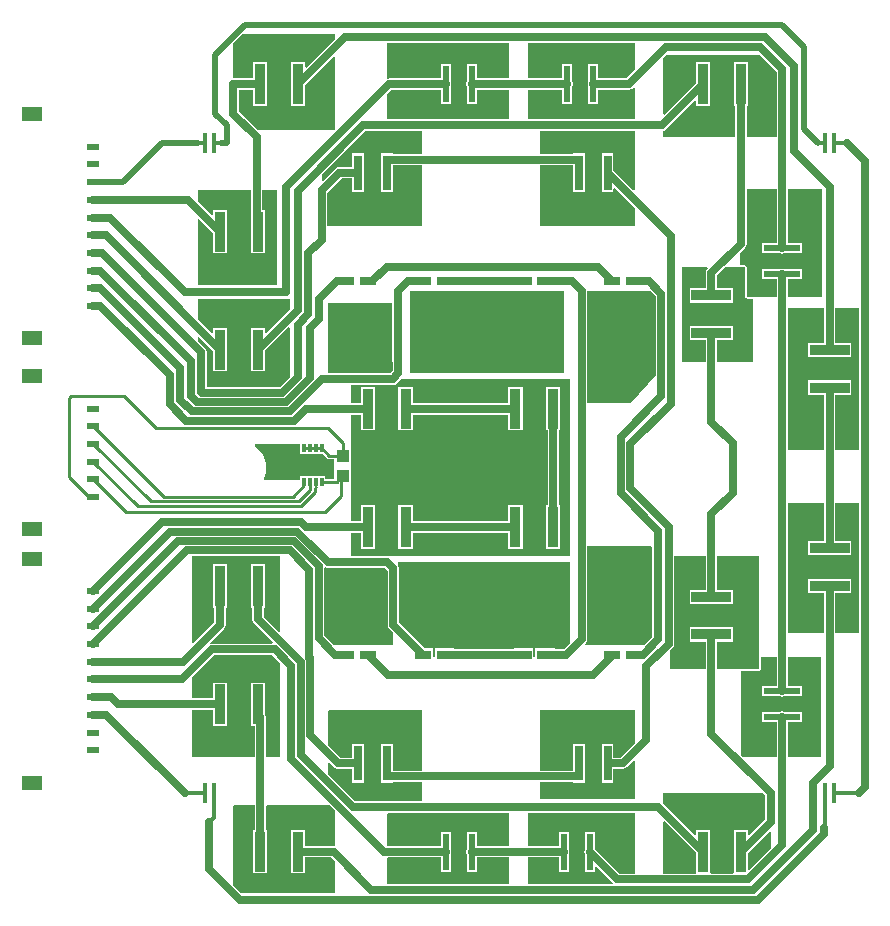
<source format=gtl>
%FSLAX25Y25*%
%MOIN*%
G70*
G01*
G75*
G04 Layer_Physical_Order=1*
G04 Layer_Color=255*
%ADD10R,0.07087X0.04921*%
%ADD11R,0.03937X0.02362*%
%ADD12R,0.05315X0.03150*%
%ADD13R,0.11811X0.07874*%
%ADD14R,0.05118X0.13780*%
%ADD15R,0.03543X0.13189*%
%ADD16R,0.04134X0.12205*%
%ADD17R,0.02165X0.12205*%
%ADD18R,0.03937X0.11811*%
%ADD19R,0.02756X0.11811*%
%ADD20R,0.01772X0.06693*%
%ADD21R,0.13189X0.03543*%
%ADD22R,0.13780X0.05118*%
%ADD23R,0.12205X0.04134*%
%ADD24R,0.12205X0.02165*%
%ADD25R,0.06890X0.05709*%
%ADD26R,0.01181X0.02953*%
%ADD27R,0.04000X0.04400*%
%ADD28C,0.02500*%
%ADD29C,0.02000*%
%ADD30C,0.01000*%
%ADD31C,0.01200*%
G36*
X289370Y289835D02*
X288908Y289644D01*
X283776Y294776D01*
Y297924D01*
X284261D01*
Y312313D01*
X279518D01*
Y297924D01*
X280003D01*
Y293994D01*
X280147Y293272D01*
X280556Y292660D01*
X286868Y286348D01*
X286677Y285886D01*
X266500D01*
X266201Y285827D01*
X265955Y286288D01*
X270624Y290957D01*
X271033Y291569D01*
X271057Y291688D01*
X271177Y292290D01*
Y297924D01*
X271662D01*
Y312313D01*
X266919D01*
Y297924D01*
X267404D01*
Y293072D01*
X260304Y285972D01*
X259842Y286163D01*
Y315114D01*
X289370D01*
Y289835D01*
D02*
G37*
G36*
X448819Y277559D02*
X434957D01*
Y286604D01*
X440265D01*
Y291347D01*
X425876D01*
Y286604D01*
X431185D01*
Y277559D01*
X419291D01*
Y283721D01*
X420188Y284618D01*
X420597Y285230D01*
X420741Y285952D01*
Y314961D01*
X431185D01*
Y303946D01*
X425876D01*
Y299203D01*
X440265D01*
Y303946D01*
X434957D01*
Y314961D01*
X448819D01*
Y277559D01*
D02*
G37*
G36*
X413386Y318146D02*
X413386Y288101D01*
X410718Y285433D01*
X391170Y285433D01*
X390963Y285933D01*
X391098Y286068D01*
X391506Y286680D01*
X391650Y287402D01*
Y318500D01*
X413032Y318500D01*
X413386Y318146D01*
D02*
G37*
G36*
X304546Y311257D02*
X305268Y311114D01*
X324219D01*
X325114Y310219D01*
Y292291D01*
X325257Y291569D01*
X325666Y290958D01*
X326772Y289852D01*
Y285433D01*
X307235D01*
X303986Y288681D01*
Y311101D01*
X304427Y311337D01*
X304546Y311257D01*
D02*
G37*
G36*
X427943Y216240D02*
Y209341D01*
X427467Y209282D01*
X417000D01*
Y226529D01*
X417462Y226720D01*
X427943Y216240D01*
D02*
G37*
G36*
X296054Y349105D02*
X303640D01*
X304916Y347829D01*
X304916Y347829D01*
X305279Y347586D01*
X305709Y347500D01*
X307087D01*
Y340885D01*
X304340D01*
Y341840D01*
X296054D01*
Y340551D01*
X284251D01*
X284064Y340863D01*
X284020Y341051D01*
X284524Y342711D01*
X284699Y344488D01*
X284524Y346265D01*
X284006Y347974D01*
X283164Y349549D01*
X282031Y350929D01*
X280894Y351862D01*
X281073Y352362D01*
X296054D01*
Y349105D01*
D02*
G37*
G36*
X482366Y289370D02*
X474327D01*
Y302747D01*
X479635D01*
Y307490D01*
X465246D01*
Y302747D01*
X470555D01*
Y289370D01*
X458661D01*
Y332677D01*
X470555D01*
Y320089D01*
X465246D01*
Y315346D01*
X479635D01*
Y320089D01*
X474327D01*
Y332677D01*
X482366D01*
Y289370D01*
D02*
G37*
G36*
X452756Y223057D02*
Y217497D01*
X445747Y210488D01*
X445285Y210680D01*
Y216240D01*
X452294Y223249D01*
X452756Y223057D01*
D02*
G37*
G36*
X450870Y235439D02*
Y227159D01*
X445747Y222037D01*
X445285Y222228D01*
Y223730D01*
X440542D01*
Y209341D01*
X440066Y209282D01*
X433161D01*
X432686Y209341D01*
Y223730D01*
X427943D01*
Y222228D01*
X427481Y222037D01*
X417000Y232517D01*
Y236221D01*
X450088Y236221D01*
X450870Y235439D01*
D02*
G37*
G36*
X336500Y263779D02*
Y243618D01*
X326781D01*
Y252569D01*
X322825D01*
Y239558D01*
X326781D01*
Y239846D01*
X336500D01*
Y233386D01*
X314281D01*
X305118Y242549D01*
Y246061D01*
X305580Y246252D01*
X307103Y244729D01*
X307512Y244456D01*
X307715Y244320D01*
X308437Y244177D01*
X313376D01*
Y239558D01*
X317332D01*
Y252569D01*
X313376D01*
Y247949D01*
X309218D01*
X305118Y252049D01*
Y263426D01*
X305472Y263779D01*
X336500Y263779D01*
D02*
G37*
G36*
X280790Y232283D02*
Y223730D01*
X280305D01*
Y209341D01*
X285048D01*
Y223730D01*
X284563D01*
Y231930D01*
X284916Y232283D01*
X305549Y232283D01*
X307500Y230332D01*
Y218734D01*
X307114Y218416D01*
X307087Y218422D01*
X297647D01*
Y223730D01*
X292904D01*
Y209341D01*
X297647D01*
Y214649D01*
X306305D01*
X307500Y213455D01*
Y203110D01*
X307146Y202756D01*
X276290Y202756D01*
X273622Y205423D01*
Y231930D01*
X273976Y232283D01*
X280790D01*
D02*
G37*
G36*
X365500Y218775D02*
X365146Y218422D01*
X354832D01*
Y223238D01*
X351467D01*
Y217347D01*
X351407Y217257D01*
X351263Y216535D01*
X351407Y215814D01*
X351467Y215724D01*
Y209833D01*
X354832D01*
Y214649D01*
X365500D01*
Y206136D01*
X365146Y205782D01*
X325000D01*
Y214296D01*
X325354Y214649D01*
X342806D01*
Y209833D01*
X346171D01*
Y215724D01*
X346231Y215814D01*
X346374Y216535D01*
X346231Y217257D01*
X346171Y217347D01*
Y223238D01*
X342806D01*
Y218422D01*
X325000D01*
Y229260D01*
X325354Y229614D01*
X365500D01*
Y218775D01*
D02*
G37*
G36*
X469500Y248031D02*
X458579D01*
Y259735D01*
X463395D01*
Y263100D01*
X457505D01*
X457415Y263160D01*
X456693Y263304D01*
X455971Y263160D01*
X455881Y263100D01*
X449991D01*
Y259735D01*
X454807D01*
Y248031D01*
X443612D01*
X442913Y248730D01*
Y276910D01*
X448819D01*
X449278Y277100D01*
X449468Y277559D01*
Y281496D01*
X454807D01*
Y271761D01*
X449991D01*
Y268396D01*
X455881D01*
X455971Y268336D01*
X456693Y268193D01*
X457415Y268336D01*
X457505Y268396D01*
X463395D01*
Y271761D01*
X458579D01*
Y281496D01*
X469500D01*
Y248031D01*
D02*
G37*
G36*
X385827Y286132D02*
X383864Y284170D01*
X380817D01*
Y284458D01*
X374302D01*
Y281496D01*
X373730D01*
Y284458D01*
X367215D01*
Y284170D01*
X347352D01*
Y284458D01*
X340837D01*
Y281496D01*
X340265D01*
Y284458D01*
X337501D01*
X328886Y293073D01*
Y311000D01*
X328743Y311722D01*
X328740Y311726D01*
Y312992D01*
X385827D01*
Y286132D01*
D02*
G37*
G36*
X407480Y252667D02*
X402762Y247949D01*
X400403D01*
Y252569D01*
X396447D01*
Y239558D01*
X400403D01*
Y244177D01*
X403543D01*
X404265Y244320D01*
X404877Y244729D01*
X407018Y246870D01*
X407480Y246679D01*
Y234252D01*
X375984D01*
Y239846D01*
X386998D01*
Y239558D01*
X390954D01*
Y252569D01*
X386998D01*
Y243618D01*
X375984D01*
Y263779D01*
X407480D01*
Y252667D01*
D02*
G37*
G36*
X289370Y279462D02*
Y248031D01*
X284563D01*
Y261503D01*
X284419Y262225D01*
X284261Y262460D01*
Y272942D01*
X279518D01*
Y258554D01*
X280790D01*
Y248031D01*
X259842D01*
Y263862D01*
X266919D01*
Y258554D01*
X271662D01*
Y272942D01*
X266919D01*
Y267634D01*
X259842D01*
Y274675D01*
X267281Y282114D01*
X286719D01*
X289370Y279462D01*
D02*
G37*
G36*
X407480Y437179D02*
X407018Y436988D01*
X400403Y443603D01*
Y449419D01*
X396447D01*
Y436408D01*
X400403D01*
Y437615D01*
X400865Y437806D01*
X407480Y431191D01*
Y425197D01*
X375984D01*
Y445358D01*
X386998D01*
Y436408D01*
X390954D01*
Y449419D01*
X386998D01*
Y449130D01*
X375984D01*
Y456693D01*
X407480D01*
Y437179D01*
D02*
G37*
G36*
X336614Y449130D02*
X326781D01*
Y449419D01*
X322825D01*
Y436408D01*
X326781D01*
Y445358D01*
X336614D01*
Y425197D01*
X305036D01*
Y436227D01*
X309836Y441027D01*
X313376D01*
Y436408D01*
X317332D01*
Y449419D01*
X313376D01*
Y444800D01*
X309055D01*
X308333Y444656D01*
X307721Y444247D01*
X303611Y440137D01*
X303150Y440329D01*
Y442214D01*
X317628Y456693D01*
X336614D01*
Y449130D01*
D02*
G37*
G36*
X470000Y401575D02*
X458579D01*
Y407372D01*
X463395D01*
Y410738D01*
X457505D01*
X457415Y410798D01*
X456693Y410941D01*
X455971Y410798D01*
X455881Y410738D01*
X449991D01*
Y407372D01*
X454807D01*
Y401575D01*
X445011D01*
X444920Y401613D01*
X444882Y401704D01*
Y411417D01*
X444692Y411876D01*
X444232Y412067D01*
X442500D01*
Y416210D01*
X444247Y417958D01*
X444656Y418570D01*
X444800Y419291D01*
Y437500D01*
X454807D01*
Y419399D01*
X449991D01*
Y416034D01*
X455881D01*
X455971Y415974D01*
X456693Y415830D01*
X457415Y415974D01*
X457505Y416034D01*
X463395D01*
Y419399D01*
X458579D01*
Y437500D01*
X470000D01*
Y401575D01*
D02*
G37*
G36*
X288215Y405512D02*
X261811D01*
Y427388D01*
X262273Y427579D01*
X266920Y422932D01*
Y416034D01*
X271663D01*
Y430423D01*
X266920D01*
Y428921D01*
X266458Y428729D01*
X261811Y433376D01*
Y437008D01*
X279610D01*
Y430423D01*
X279519D01*
Y416034D01*
X284262D01*
Y430423D01*
X283382D01*
Y437008D01*
X288215D01*
Y405512D01*
D02*
G37*
G36*
X365500Y474327D02*
X354832D01*
Y479143D01*
X351467D01*
Y473252D01*
X351407Y473163D01*
X351263Y472441D01*
X351407Y471719D01*
X351467Y471629D01*
Y465739D01*
X354832D01*
Y470555D01*
X365500D01*
Y460630D01*
X325000D01*
Y469074D01*
X326480Y470555D01*
X342806D01*
Y465739D01*
X346171D01*
Y471629D01*
X346231Y471719D01*
X346374Y472441D01*
X346231Y473163D01*
X346171Y473252D01*
Y479143D01*
X342806D01*
Y474327D01*
X325699D01*
X325387Y474265D01*
X325000Y474582D01*
Y486221D01*
X365500D01*
Y474327D01*
D02*
G37*
G36*
X407480Y477077D02*
X404731Y474327D01*
X395384D01*
Y479143D01*
X392018D01*
Y473252D01*
X391958Y473163D01*
X391815Y472441D01*
X391958Y471719D01*
X392018Y471629D01*
Y465739D01*
X395384D01*
Y470555D01*
X405512D01*
X406234Y470698D01*
X406437Y470834D01*
X406846Y471107D01*
X407018Y471280D01*
X407480Y471089D01*
Y460630D01*
X372000D01*
Y470555D01*
X383357D01*
Y465739D01*
X386722D01*
Y471629D01*
X386782Y471719D01*
X386926Y472441D01*
X386782Y473163D01*
X386722Y473252D01*
Y479143D01*
X383357D01*
Y474327D01*
X372000D01*
Y486221D01*
X407480D01*
Y477077D01*
D02*
G37*
G36*
X454807Y476552D02*
Y454724D01*
X444800D01*
Y465246D01*
X445285D01*
Y479635D01*
X440542D01*
Y465246D01*
X441027D01*
Y454724D01*
X417000D01*
Y456868D01*
X417256Y456919D01*
X417868Y457328D01*
X427481Y466940D01*
X427943Y466749D01*
Y465246D01*
X432686D01*
Y479635D01*
X427943D01*
Y472737D01*
X417462Y462256D01*
X417000Y462448D01*
Y481262D01*
X418022Y482283D01*
X449076D01*
X454807Y476552D01*
D02*
G37*
G36*
X307500Y487333D02*
X298109Y477942D01*
X297647Y478133D01*
Y479635D01*
X292904D01*
Y465246D01*
X297647D01*
Y472145D01*
X307038Y481536D01*
X307500Y481345D01*
Y457000D01*
X281888D01*
X275508Y463380D01*
Y470555D01*
X280305D01*
Y465246D01*
X285048D01*
Y479635D01*
X280305D01*
Y474327D01*
X273622D01*
X273500Y474427D01*
Y485760D01*
X276740Y489000D01*
X307500D01*
Y487333D01*
D02*
G37*
G36*
X407500Y209282D02*
X402441D01*
X394202Y217520D01*
Y223238D01*
X390837D01*
Y217347D01*
X390777Y217257D01*
X390633Y216535D01*
X390777Y215814D01*
X390837Y215724D01*
Y209833D01*
X394202D01*
Y211532D01*
X394664Y211723D01*
X400106Y206282D01*
X399899Y205782D01*
X372000D01*
Y214649D01*
X382176D01*
Y209833D01*
X385541D01*
Y215724D01*
X385601Y215814D01*
X385745Y216535D01*
X385601Y217257D01*
X385541Y217347D01*
Y223238D01*
X382176D01*
Y218422D01*
X372000D01*
Y229500D01*
X407500D01*
Y209282D01*
D02*
G37*
G36*
X326593Y379921D02*
X326854Y379682D01*
Y376766D01*
X326073Y375984D01*
X305118D01*
Y399606D01*
X326593D01*
Y379921D01*
D02*
G37*
G36*
X385827Y314961D02*
X312992D01*
Y322917D01*
X316131D01*
Y317609D01*
X320875D01*
Y331998D01*
X316131D01*
Y326689D01*
X312992D01*
Y362287D01*
X316132D01*
Y356979D01*
X320876D01*
Y371368D01*
X316132D01*
Y366059D01*
X312992D01*
Y372130D01*
X326772D01*
X327494Y372273D01*
X328105Y372682D01*
X329439Y374016D01*
X385827D01*
Y314961D01*
D02*
G37*
G36*
X414514Y401716D02*
Y375497D01*
X406283Y366000D01*
X391650D01*
Y403543D01*
X412687Y403543D01*
X414514Y401716D01*
D02*
G37*
G36*
X482366Y350500D02*
X474327D01*
Y368887D01*
X479635D01*
Y373631D01*
X465246D01*
Y368887D01*
X470555D01*
Y350500D01*
X458579D01*
Y397638D01*
X470555D01*
Y386230D01*
X465246D01*
Y381487D01*
X479635D01*
Y386230D01*
X474327D01*
Y397638D01*
X482366D01*
Y350500D01*
D02*
G37*
G36*
X444195Y411379D02*
X444232Y411288D01*
Y401704D01*
X444282Y401585D01*
X444282Y401455D01*
X444320Y401364D01*
Y401364D01*
X444320Y401364D01*
X444320Y401364D01*
X444411Y401273D01*
X444423Y401245D01*
X444451Y401233D01*
X444470Y401214D01*
X444540Y401144D01*
X444552Y401116D01*
X444580Y401104D01*
X444671Y401013D01*
X444763Y400975D01*
X444892Y400975D01*
X445011Y400925D01*
X446850D01*
Y379921D01*
X434957D01*
Y386998D01*
X440265D01*
Y391741D01*
X425876D01*
Y386998D01*
X431185D01*
Y379921D01*
X423146D01*
Y411417D01*
X431718D01*
X431910Y410955D01*
X431737Y410783D01*
X431328Y410171D01*
X431185Y409449D01*
Y404340D01*
X425876D01*
Y399597D01*
X440265D01*
Y404340D01*
X434957D01*
Y408668D01*
X437707Y411417D01*
X444103D01*
X444195Y411379D01*
D02*
G37*
G36*
X383858Y375984D02*
X332677D01*
Y403543D01*
X383858D01*
Y375984D01*
D02*
G37*
G36*
X292520Y397155D02*
X284724Y389359D01*
X284262Y389551D01*
Y391053D01*
X279519D01*
Y376664D01*
X284262D01*
Y383562D01*
X292058Y391358D01*
X292520Y391167D01*
Y374715D01*
X289215Y371410D01*
X264853D01*
Y383011D01*
X264709Y383733D01*
X264574Y383936D01*
X264300Y384345D01*
X261811Y386834D01*
Y388018D01*
X262273Y388209D01*
X266920Y383562D01*
Y376664D01*
X271663D01*
Y391053D01*
X266920D01*
Y389551D01*
X266458Y389359D01*
X261811Y394006D01*
Y400787D01*
X292520D01*
Y397155D01*
D02*
G37*
%LPC*%
G36*
X370088Y371368D02*
X365345D01*
Y366059D01*
X333475D01*
Y371368D01*
X328731D01*
Y356979D01*
X333475D01*
Y362287D01*
X365345D01*
Y356979D01*
X370088D01*
Y371368D01*
D02*
G37*
G36*
X370087Y331998D02*
X365344D01*
Y326689D01*
X333474D01*
Y331998D01*
X328731D01*
Y317609D01*
X333474D01*
Y322917D01*
X365344D01*
Y317609D01*
X370087D01*
Y331998D01*
D02*
G37*
G36*
X382687Y371368D02*
X377944D01*
Y356979D01*
X378430D01*
Y331998D01*
X377943D01*
Y317609D01*
X382687D01*
Y331998D01*
X382202D01*
Y356979D01*
X382687D01*
Y371368D01*
D02*
G37*
%LPD*%
D10*
X206528Y462323D02*
D03*
Y387677D02*
D03*
Y323988D02*
D03*
Y375012D02*
D03*
Y314248D02*
D03*
Y239602D02*
D03*
D11*
X227000Y439764D02*
D03*
Y433858D02*
D03*
Y427953D02*
D03*
Y422047D02*
D03*
Y416142D02*
D03*
Y410236D02*
D03*
Y404331D02*
D03*
Y398425D02*
D03*
Y445669D02*
D03*
Y451575D02*
D03*
Y334736D02*
D03*
Y340642D02*
D03*
Y346547D02*
D03*
Y352453D02*
D03*
Y358358D02*
D03*
Y364264D02*
D03*
Y291689D02*
D03*
Y285784D02*
D03*
Y279878D02*
D03*
Y273972D02*
D03*
Y268067D02*
D03*
Y262161D02*
D03*
Y256256D02*
D03*
Y250350D02*
D03*
Y297594D02*
D03*
Y303500D02*
D03*
D12*
X318504Y406693D02*
D03*
X311417D02*
D03*
X344094D02*
D03*
X337008D02*
D03*
X407087D02*
D03*
X400000D02*
D03*
X377559D02*
D03*
X370472D02*
D03*
X400000Y282283D02*
D03*
X407087D02*
D03*
X370472D02*
D03*
X377559D02*
D03*
X311417D02*
D03*
X318504D02*
D03*
X337008D02*
D03*
X344094D02*
D03*
D13*
X314961Y393701D02*
D03*
X340551D02*
D03*
X403543D02*
D03*
X374016D02*
D03*
X403543Y295276D02*
D03*
X374016D02*
D03*
X314961D02*
D03*
X340551D02*
D03*
D14*
X324803Y364173D02*
D03*
X374016D02*
D03*
Y324803D02*
D03*
X324803D02*
D03*
X275590Y423228D02*
D03*
Y383858D02*
D03*
X288976Y472441D02*
D03*
X436613D02*
D03*
X288976Y216535D02*
D03*
X436614D02*
D03*
X275590Y265748D02*
D03*
Y305118D02*
D03*
D15*
X331103Y364173D02*
D03*
X318504D02*
D03*
X380316D02*
D03*
X367717D02*
D03*
X367716Y324803D02*
D03*
X380315D02*
D03*
X318503D02*
D03*
X331102D02*
D03*
X269291Y423228D02*
D03*
X281891D02*
D03*
X269291Y383858D02*
D03*
X281891D02*
D03*
X282676Y472441D02*
D03*
X295276D02*
D03*
X430314D02*
D03*
X442913D02*
D03*
X295276Y216535D02*
D03*
X282676D02*
D03*
X442913D02*
D03*
X430314D02*
D03*
X281890Y265748D02*
D03*
X269290D02*
D03*
X281890Y305118D02*
D03*
X269290D02*
D03*
D16*
X348819Y472441D02*
D03*
X389370D02*
D03*
X388189Y216535D02*
D03*
X348819D02*
D03*
D17*
X353150Y472441D02*
D03*
X344488D02*
D03*
X393701D02*
D03*
X385039D02*
D03*
X383858Y216535D02*
D03*
X392520D02*
D03*
X344488D02*
D03*
X353150D02*
D03*
D18*
X320079Y442913D02*
D03*
X393701D02*
D03*
Y246063D02*
D03*
X320079D02*
D03*
D19*
X324803Y442913D02*
D03*
X315354D02*
D03*
X398425D02*
D03*
X388976D02*
D03*
Y246063D02*
D03*
X398425D02*
D03*
X315354D02*
D03*
X324803D02*
D03*
D20*
X267126Y452756D02*
D03*
X264370D02*
D03*
X473819D02*
D03*
X471063D02*
D03*
Y236221D02*
D03*
X473819D02*
D03*
X264370D02*
D03*
X267126D02*
D03*
D21*
X472441Y383858D02*
D03*
Y371259D02*
D03*
X433071Y401968D02*
D03*
Y389369D02*
D03*
X472441Y317717D02*
D03*
Y305118D02*
D03*
X433071Y301575D02*
D03*
Y288976D02*
D03*
D22*
X472441Y377559D02*
D03*
X433071Y395669D02*
D03*
X472441Y311418D02*
D03*
X433071Y295276D02*
D03*
D23*
X456693Y413386D02*
D03*
Y265748D02*
D03*
D24*
Y409055D02*
D03*
Y417717D02*
D03*
Y261417D02*
D03*
Y270079D02*
D03*
D25*
X300197Y345472D02*
D03*
D26*
X303150Y351181D02*
D03*
X301181D02*
D03*
X299213D02*
D03*
X297244D02*
D03*
X303150Y339764D02*
D03*
X301181D02*
D03*
X299213D02*
D03*
X297244D02*
D03*
D27*
X310236Y341876D02*
D03*
Y348622D02*
D03*
D28*
X412205Y406693D02*
X416400Y402498D01*
Y368369D02*
Y402498D01*
X402806Y354774D02*
X416400Y368369D01*
X398425Y442913D02*
X419500Y421839D01*
Y365957D02*
Y421839D01*
X405905Y352362D02*
X419500Y365957D01*
X415350Y231500D02*
X430314Y216535D01*
X313500Y231500D02*
X415350D01*
X296100Y248900D02*
X313500Y231500D01*
X472441Y383858D02*
Y438059D01*
X460500Y450000D02*
X472441Y438059D01*
X460500Y450000D02*
X460630Y450130D01*
Y478346D01*
X456693Y417717D02*
Y477334D01*
X449338Y484689D02*
X456693Y477334D01*
X296100Y248900D02*
Y279784D01*
X402806Y336171D02*
X415354Y323622D01*
X405905Y337795D02*
X418854Y324847D01*
Y285952D02*
Y324847D01*
X258661Y433858D02*
X269291Y423228D01*
X227000Y433858D02*
X258661D01*
X227000Y427953D02*
X232653D01*
X227000Y422047D02*
X231102D01*
X227000Y416142D02*
X229836D01*
X262966Y383011D01*
X227000Y410236D02*
X229410D01*
X259467Y368486D02*
Y380179D01*
X229410Y410236D02*
X259467Y380179D01*
X227000Y404331D02*
X229410D01*
X255966Y367180D02*
Y377774D01*
X229410Y404331D02*
X255966Y377774D01*
X227000Y398425D02*
X229410D01*
X407087Y406693D02*
X412205D01*
X411417Y278515D02*
X418854Y285952D01*
X411417Y253937D02*
Y278515D01*
X415354Y287402D02*
Y323622D01*
X410236Y282283D02*
X415354Y287402D01*
X407087Y282283D02*
X410236D01*
X433071Y255906D02*
X452756Y236221D01*
Y226378D02*
Y236221D01*
X433071Y255906D02*
Y288976D01*
X442913Y216535D02*
X452756Y226378D01*
X328740Y375984D02*
Y403543D01*
X326772Y374016D02*
X328740Y375984D01*
X401659Y207396D02*
X445322D01*
X392520Y216535D02*
X401659Y207396D01*
X445322D02*
X456693Y218767D01*
Y261417D01*
X466972Y223891D02*
Y239544D01*
X472441Y245013D01*
X482283Y236221D02*
X484252Y238189D01*
Y446850D01*
X478346Y452756D02*
X484252Y446850D01*
X472441Y245013D02*
Y305118D01*
X398425Y246063D02*
X403543D01*
X411417Y253937D01*
X324803Y447244D02*
X388976D01*
X324803Y241732D02*
X388976D01*
X281890Y262289D02*
Y265748D01*
Y262289D02*
X282676Y261503D01*
Y216535D02*
Y261503D01*
X353150Y216535D02*
X383858D01*
X456693Y270079D02*
Y409055D01*
X325197Y275590D02*
X393701D01*
X318504Y282283D02*
X325197Y275590D01*
X393701D02*
X400000Y281890D01*
Y282283D01*
X331102Y324803D02*
X367716D01*
X380315D02*
X380316Y324804D01*
Y364173D01*
X331103D02*
X367717D01*
X433071Y401968D02*
Y409449D01*
X442913Y419291D01*
Y472441D01*
X472441Y317717D02*
Y371259D01*
X417760Y484689D02*
X449338D01*
X450787Y488189D02*
X460630Y478346D01*
X405512Y472441D02*
X417760Y484689D01*
X311024Y488189D02*
X450787D01*
X295276Y472441D02*
X311024Y488189D01*
X393701Y472441D02*
X405512D01*
X353150D02*
X385039D01*
X257498Y403107D02*
X291339D01*
X232653Y427953D02*
X257498Y403107D01*
X291339D02*
Y438081D01*
X325699Y472441D01*
X281496Y423623D02*
X281891Y423228D01*
X281496Y423623D02*
Y454724D01*
X302215Y400640D02*
X308268Y406693D01*
X298715Y416068D02*
X303150Y420503D01*
X295215Y397182D02*
Y436947D01*
X281891Y383858D02*
X295215Y397182D01*
X308268Y406693D02*
X311417D01*
X273622Y462598D02*
X281496Y454724D01*
X281891Y423228D02*
Y426748D01*
X325699Y472441D02*
X344488D01*
X295215Y436947D02*
X316929Y458661D01*
X416535D01*
X303150Y420503D02*
Y437008D01*
X309055Y442913D01*
X328740Y403543D02*
X331890Y406693D01*
X389764Y287402D02*
Y403543D01*
X344094Y282283D02*
X370472D01*
X384646D02*
X389764Y287402D01*
X377559Y282283D02*
X384646D01*
X386614Y406693D02*
X389764Y403543D01*
X377559Y406693D02*
X386614D01*
X395276Y411417D02*
X400000Y406693D01*
X324803Y411417D02*
X395276D01*
X320079Y406693D02*
X324803Y411417D01*
X318504Y406693D02*
X320079D01*
X331890D02*
X337008D01*
X344094D02*
X370472D01*
X252467Y365731D02*
Y375368D01*
X229410Y398425D02*
X252467Y375368D01*
X231102Y422047D02*
X269291Y383858D01*
X416535Y458661D02*
X430314Y472441D01*
X309055Y442913D02*
X315354D01*
X273622Y472441D02*
X282676D01*
X273622Y462598D02*
Y472441D01*
X433071Y359842D02*
Y389369D01*
Y301575D02*
Y329134D01*
X440158Y336221D01*
Y352756D01*
X433071Y359842D02*
X440158Y352756D01*
X405905Y337795D02*
Y352362D01*
X402806Y336171D02*
Y354774D01*
X252467Y365731D02*
X257973Y360224D01*
X255966Y367180D02*
X259823Y363324D01*
X298715Y395732D02*
Y416068D01*
X295215Y392232D02*
X298715Y395732D01*
X259467Y368486D02*
X261529Y366424D01*
X262966Y369711D02*
Y383011D01*
Y369711D02*
X263153Y369524D01*
X302215Y394283D02*
Y400640D01*
X299213Y391281D02*
X302215Y394283D01*
X263153Y369524D02*
X289997D01*
X295215Y374742D01*
Y392232D01*
X293849Y360224D02*
X297798Y364173D01*
X318504D01*
X261529Y366424D02*
X291281D01*
X259823Y363324D02*
X292565D01*
X257973Y360224D02*
X293849D01*
X303256Y374016D02*
X326772D01*
X292565Y363324D02*
X303256Y374016D01*
X291281Y366424D02*
X299213Y374356D01*
Y391281D01*
X327000Y292291D02*
X337008Y282283D01*
X327000Y292291D02*
Y311000D01*
X325000Y313000D02*
X327000Y311000D01*
X307716Y282283D02*
X311417D01*
X227000Y303500D02*
X249800Y326300D01*
X227000Y297594D02*
X252606Y323200D01*
X227000Y291689D02*
X255411Y320100D01*
X227000Y285784D02*
X258217Y317000D01*
X296352Y326300D02*
X297849Y324803D01*
X318503D01*
X255411Y320100D02*
X293784D01*
X252606Y323200D02*
X295068D01*
X249800Y326300D02*
X296352D01*
X305268Y313000D02*
X325000D01*
X295068Y323200D02*
X305268Y313000D01*
X258217Y317000D02*
X292500D01*
X293784Y320100D02*
X302100Y311784D01*
Y287900D02*
X307716Y282283D01*
X302100Y287900D02*
Y311784D01*
X292500Y317000D02*
X299000Y310500D01*
X227000Y279878D02*
X256878D01*
X269290Y292290D01*
Y305118D01*
X227000Y273972D02*
X256472D01*
X266500Y284000D01*
X287500D01*
X446977Y203896D02*
X466972Y223891D01*
X319726Y203896D02*
X446977D01*
X307087Y216535D02*
X319726Y203896D01*
X470472Y222441D02*
Y224410D01*
X448427Y200396D02*
X470472Y222441D01*
X275982Y200396D02*
X448427D01*
X295276Y216535D02*
X307087D01*
X308437Y246063D02*
X315354D01*
X299200Y255300D02*
X308437Y246063D01*
X299200Y255300D02*
Y281068D01*
X299000Y281268D02*
X299200Y281068D01*
X299000Y281268D02*
Y310500D01*
X281890Y293994D02*
X296100Y279784D01*
X281890Y293994D02*
Y305118D01*
X287500Y284000D02*
X293000Y278500D01*
Y247500D02*
Y278500D01*
Y247500D02*
X323965Y216535D01*
X344488D01*
X235252Y265748D02*
X269290D01*
X232933Y268067D02*
X235252Y265748D01*
X227000Y268067D02*
X232933D01*
X227000Y262161D02*
X231339D01*
X257500Y236000D01*
X265748Y210630D02*
X275982Y200396D01*
X265748Y210630D02*
Y226378D01*
D29*
X237008Y439764D02*
X250000Y452756D01*
X227000Y439764D02*
X237008D01*
X463880Y457380D02*
Y484939D01*
X456693Y492126D02*
X463880Y484939D01*
Y457380D02*
X468504Y452756D01*
X277559Y492126D02*
X456693D01*
X267717Y482283D02*
X277559Y492126D01*
X267717Y462598D02*
X271654Y458661D01*
Y452756D02*
Y458661D01*
X269685Y452756D02*
X271654D01*
X267717Y462598D02*
Y482283D01*
X250000Y452756D02*
X261811D01*
D30*
X300813Y336327D02*
Y337741D01*
X296209Y331724D02*
X300813Y336327D01*
X295547Y333324D02*
X299213Y336990D01*
Y339764D01*
X300813Y337741D02*
X301181Y338110D01*
X303150Y339764D02*
X308124D01*
X309680Y335180D02*
Y341320D01*
X248031Y357874D02*
X305118D01*
X237402Y368504D02*
X248031Y357874D01*
X219685Y368504D02*
X237402D01*
X218898Y367717D02*
X219685Y368504D01*
X218898Y341496D02*
Y367717D01*
Y341496D02*
X225658Y334736D01*
X309680Y341320D02*
X310236Y341876D01*
X308124Y339764D02*
X309680Y341320D01*
X225658Y334736D02*
X227000D01*
X297244Y351181D02*
X299213D01*
X301181D01*
X303150D01*
X310236Y348622D02*
Y352756D01*
X305709Y348622D02*
X310236D01*
X303150Y351181D02*
X305709Y348622D01*
X305118Y357874D02*
X310236Y352756D01*
X227000Y346547D02*
X241824Y331724D01*
X227000Y352453D02*
X246129Y333324D01*
X293424Y334924D02*
X297244Y338744D01*
X227000Y358358D02*
X250435Y334924D01*
X293424D01*
X246129Y333324D02*
X295547D01*
X241824Y331724D02*
X296209D01*
X304142Y329642D02*
X309680Y335180D01*
X227000Y340642D02*
X238000Y329642D01*
X304142D01*
D31*
X473819Y236221D02*
X482283D01*
X473819Y452756D02*
X478346D01*
X468504D02*
X471063D01*
X267126D02*
X269685D01*
X261811D02*
X264370D01*
X471063Y225000D02*
Y236221D01*
X470472Y224410D02*
X471063Y225000D01*
X267126Y227756D02*
Y236221D01*
X265748Y226378D02*
X267126Y227756D01*
X257500Y236000D02*
X264150D01*
M02*

</source>
